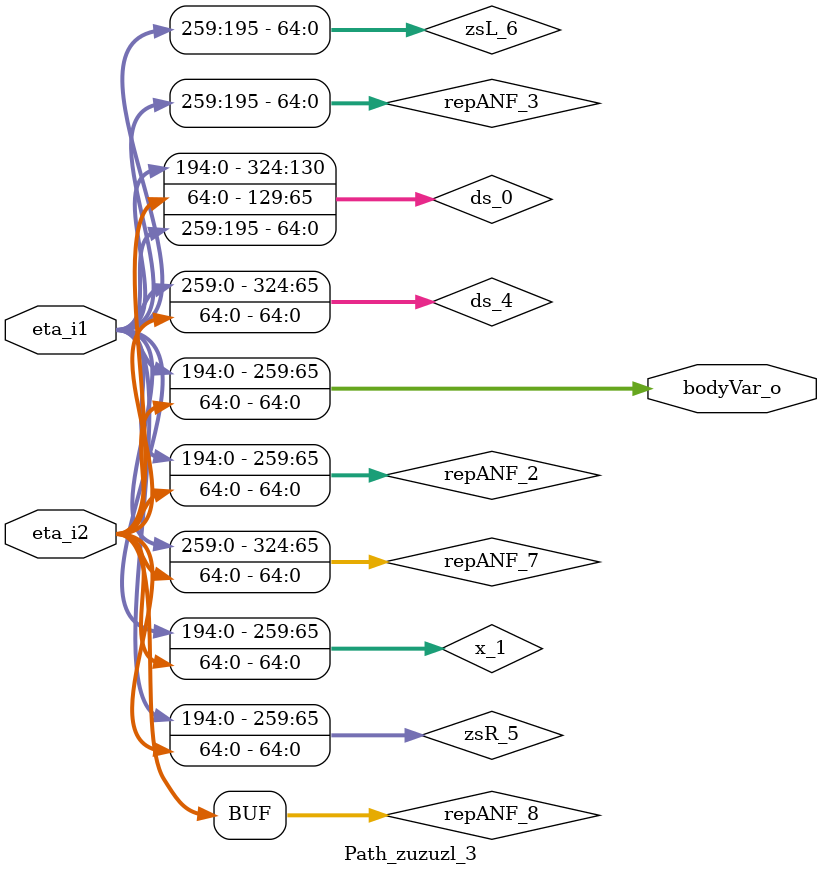
<source format=v>
module Path_zuzuzl_3(eta_i1
                    ,eta_i2
                    ,bodyVar_o);
  input [259:0] eta_i1;
  input [64:0] eta_i2;
  output [259:0] bodyVar_o;
  wire [324:0] ds_0;
  wire [259:0] x_1;
  wire [259:0] repANF_2;
  wire [64:0] repANF_3;
  wire [324:0] ds_4;
  wire [259:0] zsR_5;
  wire [64:0] zsL_6;
  wire [324:0] repANF_7;
  wire [64:0] repANF_8;
  assign bodyVar_o = x_1;
  
  assign ds_0 = {repANF_2
                ,repANF_3};
  
  assign x_1 = ds_0[324:65];
  
  assign repANF_2 = zsR_5;
  
  assign repANF_3 = zsL_6;
  
  assign ds_4 = repANF_7;
  
  assign zsR_5 = ds_4[259:0];
  
  assign zsL_6 = ds_4[324:260];
  
  assign repANF_7 = {eta_i1,repANF_8};
  
  assign repANF_8 = eta_i2;
endmodule

</source>
